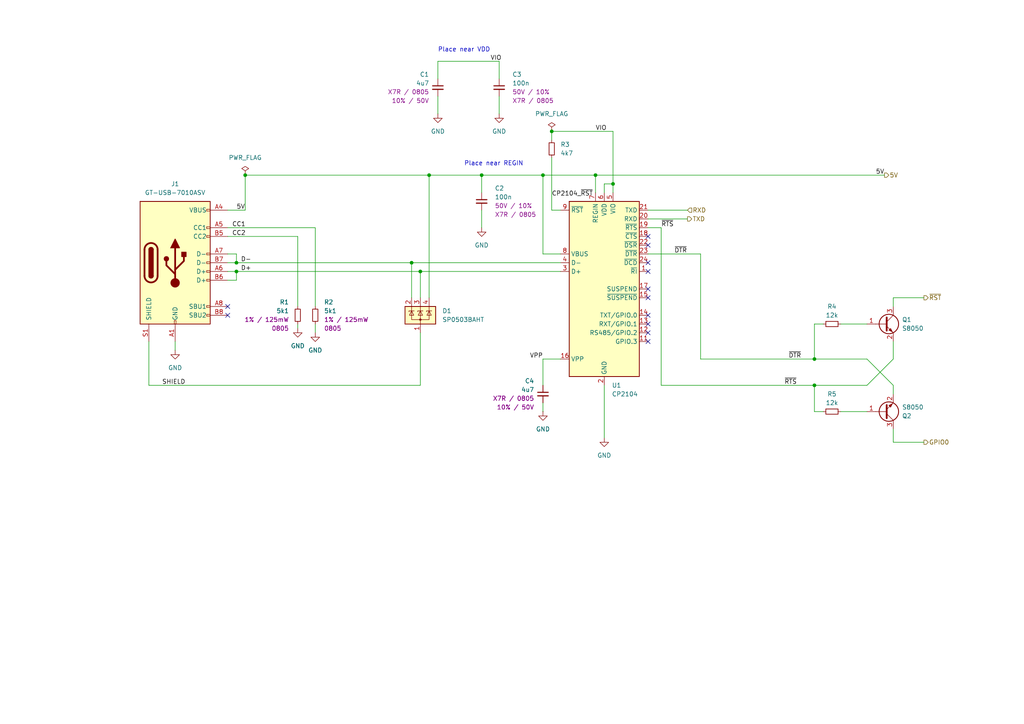
<source format=kicad_sch>
(kicad_sch (version 20250114) (generator "eeschema") (generator_version "9.0")
  (paper "A4")
  (title_block (title "USB") (date "2025-11-02") (company "Marcel Robitaille"))
  (lib_symbols
    (symbol "Connector:USB_C_Receptacle_USB2.0_16P" (pin_names (offset 1.016))
      (property "Reference" "J" (at 0 22.225 0))
      (property "Value" "USB_C_Receptacle_USB2.0_16P" (at 0 19.685 0))
      (symbol "USB_C_Receptacle_USB2.0_16P_0_0"
        (rectangle (start -0.254 -17.78) (end 0.254 -16.764))
        (rectangle (start 10.16 15.494) (end 9.144 14.986))
        (rectangle (start 10.16 10.414) (end 9.144 9.906))
        (rectangle (start 10.16 7.874) (end 9.144 7.366))
        (rectangle (start 10.16 2.794) (end 9.144 2.286))
        (rectangle (start 10.16 0.254) (end 9.144 -0.254))
        (rectangle (start 10.16 -2.286) (end 9.144 -2.794))
        (rectangle (start 10.16 -4.826) (end 9.144 -5.334))
        (rectangle (start 10.16 -12.446) (end 9.144 -12.954))
        (rectangle (start 10.16 -14.986) (end 9.144 -15.494))
      )
      (symbol "USB_C_Receptacle_USB2.0_16P_0_1"
        (rectangle (start -10.16 17.78) (end 10.16 -17.78) (stroke (width 0.254)) (fill (type background)))
        (polyline (pts (xy -8.89 -3.81) (xy -8.89 3.81)) (stroke (width 0.508)))
        (rectangle (start -7.62 -3.81) (end -6.35 3.81) (stroke (width 0.254)) (fill (type outline)))
        (arc (start -7.62 3.81) (mid -6.985 4.4423) (end -6.35 3.81) (stroke (width 0.254)))
        (arc (start -7.62 3.81) (mid -6.985 4.4423) (end -6.35 3.81) (stroke (width 0.254)) (fill (type outline)))
        (arc (start -8.89 3.81) (mid -6.985 5.7067) (end -5.08 3.81) (stroke (width 0.508)))
        (arc (start -5.08 -3.81) (mid -6.985 -5.7067) (end -8.89 -3.81) (stroke (width 0.508)))
        (arc (start -6.35 -3.81) (mid -6.985 -4.4423) (end -7.62 -3.81) (stroke (width 0.254)))
        (arc (start -6.35 -3.81) (mid -6.985 -4.4423) (end -7.62 -3.81) (stroke (width 0.254)) (fill (type outline)))
        (polyline (pts (xy -5.08 3.81) (xy -5.08 -3.81)) (stroke (width 0.508)))
        (circle (center -2.54 1.143) (radius 0.635) (stroke (width 0.254)) (fill (type outline)))
        (polyline (pts (xy -1.27 4.318) (xy 0 6.858) (xy 1.27 4.318) (xy -1.27 4.318)) (stroke (width 0.254)) (fill (type outline)))
        (polyline (pts (xy 0 -2.032) (xy 2.54 0.508) (xy 2.54 1.778)) (stroke (width 0.508)))
        (polyline (pts (xy 0 -3.302) (xy -2.54 -0.762) (xy -2.54 0.508)) (stroke (width 0.508)))
        (polyline (pts (xy 0 -5.842) (xy 0 4.318)) (stroke (width 0.508)))
        (circle (center 0 -5.842) (radius 1.27) (fill (type outline)))
        (rectangle (start 1.905 1.778) (end 3.175 3.048) (stroke (width 0.254)) (fill (type outline)))
      )
      (symbol "USB_C_Receptacle_USB2.0_16P_1_1"
        (pin passive line (at -7.62 -22.86 90) (length 5.08) (name "SHIELD") (number "S1"))
        (pin passive line (at 0 -22.86 90) (length 5.08) (name "GND") (number "A1"))
        (pin passive line (at 0 -22.86 90) (length 5.08) (hide yes) (name "GND") (number "A12"))
        (pin passive line (at 0 -22.86 90) (length 5.08) (hide yes) (name "GND") (number "B1"))
        (pin passive line (at 0 -22.86 90) (length 5.08) (hide yes) (name "GND") (number "B12"))
        (pin passive line (at 15.24 15.24 180) (length 5.08) (name "VBUS") (number "A4"))
        (pin passive line (at 15.24 15.24 180) (length 5.08) (hide yes) (name "VBUS") (number "A9"))
        (pin passive line (at 15.24 15.24 180) (length 5.08) (hide yes) (name "VBUS") (number "B4"))
        (pin passive line (at 15.24 15.24 180) (length 5.08) (hide yes) (name "VBUS") (number "B9"))
        (pin bidirectional line (at 15.24 10.16 180) (length 5.08) (name "CC1") (number "A5"))
        (pin bidirectional line (at 15.24 7.62 180) (length 5.08) (name "CC2") (number "B5"))
        (pin bidirectional line (at 15.24 2.54 180) (length 5.08) (name "D-") (number "A7"))
        (pin bidirectional line (at 15.24 0 180) (length 5.08) (name "D-") (number "B7"))
        (pin bidirectional line (at 15.24 -2.54 180) (length 5.08) (name "D+") (number "A6"))
        (pin bidirectional line (at 15.24 -5.08 180) (length 5.08) (name "D+") (number "B6"))
        (pin bidirectional line (at 15.24 -12.7 180) (length 5.08) (name "SBU1") (number "A8"))
        (pin bidirectional line (at 15.24 -15.24 180) (length 5.08) (name "SBU2") (number "B8"))
      )
    )
    (symbol "Device:C_Small" (pin_numbers (hide yes)) (pin_names (offset 0.254) (hide yes))
      (property "Reference" "C" (at 0.254 1.778 0))
      (property "Value" "C_Small" (at 0.254 -2.032 0))
      (symbol "C_Small_0_1"
        (polyline (pts (xy -1.524 0.508) (xy 1.524 0.508)) (stroke (width 0.3048)))
        (polyline (pts (xy -1.524 -0.508) (xy 1.524 -0.508)) (stroke (width 0.3302)))
      )
      (symbol "C_Small_1_1"
        (pin passive line (at 0 2.54 270) (length 2.032) (name "~") (number "1"))
        (pin passive line (at 0 -2.54 90) (length 2.032) (name "~") (number "2"))
      )
    )
    (symbol "Device:R_Small" (pin_numbers (hide yes)) (pin_names (offset 0.254) (hide yes))
      (property "Reference" "R" (at 0 0 90))
      (property "Value" "R_Small" (at 1.778 0 90))
      (symbol "R_Small_0_1"
        (rectangle (start -0.762 1.778) (end 0.762 -1.778) (stroke (width 0.2032)))
      )
      (symbol "R_Small_1_1"
        (pin passive line (at 0 2.54 270) (length 0.762) (name "~") (number "1"))
        (pin passive line (at 0 -2.54 90) (length 0.762) (name "~") (number "2"))
      )
    )
    (symbol "Interface_USB:CP2104"
      (property "Reference" "U" (at -5.08 28.575 0))
      (property "Value" "CP2104" (at -5.08 26.67 0))
      (symbol "CP2104_1_1"
        (rectangle (start -10.16 25.4) (end 10.16 -25.4) (stroke (width 0.254)) (fill (type background)))
        (pin bidirectional line (at -12.7 22.86 0) (length 2.54) (name "~{RST}") (number "9"))
        (pin input line (at -12.7 10.16 0) (length 2.54) (name "VBUS") (number "8"))
        (pin bidirectional line (at -12.7 7.62 0) (length 2.54) (name "D-") (number "4"))
        (pin bidirectional line (at -12.7 5.08 0) (length 2.54) (name "D+") (number "3"))
        (pin passive line (at -12.7 -20.32 0) (length 2.54) (name "VPP") (number "16"))
        (pin power_in line (at -2.54 27.94 270) (length 2.54) (name "REGIN") (number "7"))
        (pin power_in line (at 0 27.94 270) (length 2.54) (name "VDD") (number "6"))
        (pin power_in line (at 0 -27.94 90) (length 2.54) (name "GND") (number "2"))
        (pin passive line (at 0 -27.94 90) (length 2.54) (hide yes) (name "GND") (number "25"))
        (pin power_in line (at 2.54 27.94 270) (length 2.54) (name "VIO") (number "5"))
        (pin no_connect line (at 10.16 -20.32 180) (length 2.54) (hide yes) (name "NC") (number "10"))
        (pin output line (at 12.7 22.86 180) (length 2.54) (name "TXD") (number "21"))
        (pin input line (at 12.7 20.32 180) (length 2.54) (name "RXD") (number "20"))
        (pin output line (at 12.7 17.78 180) (length 2.54) (name "~{RTS}") (number "19"))
        (pin input line (at 12.7 15.24 180) (length 2.54) (name "~{CTS}") (number "18"))
        (pin input line (at 12.7 12.7 180) (length 2.54) (name "~{DSR}") (number "22"))
        (pin output line (at 12.7 10.16 180) (length 2.54) (name "~{DTR}") (number "23"))
        (pin input line (at 12.7 7.62 180) (length 2.54) (name "~{DCD}") (number "24"))
        (pin input line (at 12.7 5.08 180) (length 2.54) (name "~{RI}") (number "1"))
        (pin output line (at 12.7 0 180) (length 2.54) (name "SUSPEND") (number "17"))
        (pin output line (at 12.7 -2.54 180) (length 2.54) (name "~{SUSPEND}") (number "15"))
        (pin bidirectional line (at 12.7 -7.62 180) (length 2.54) (name "TXT/GPIO.0") (number "14"))
        (pin bidirectional line (at 12.7 -10.16 180) (length 2.54) (name "RXT/GPIO.1") (number "13"))
        (pin bidirectional line (at 12.7 -12.7 180) (length 2.54) (name "RS485/GPIO.2") (number "12"))
        (pin bidirectional line (at 12.7 -15.24 180) (length 2.54) (name "GPIO.3") (number "11"))
      )
    )
    (symbol "Power_Protection:SP0503BAHT" (pin_names (hide yes))
      (property "Reference" "D" (at 5.715 2.54 0))
      (property "Value" "SP0503BAHT" (at 5.715 0.635 0))
      (symbol "SP0503BAHT_0_0"
        (pin passive line (at 0 -5.08 90) (length 2.54) (name "A") (number "1"))
      )
      (symbol "SP0503BAHT_0_1"
        (rectangle (start -4.445 2.54) (end 4.445 -2.54) (stroke (width 0.254)) (fill (type background)))
        (polyline (pts (xy -3.302 1.016) (xy -3.302 1.27) (xy -1.905 1.27) (xy -1.778 1.27)))
        (polyline (pts (xy -2.54 2.54) (xy -2.54 1.27)))
        (polyline (pts (xy -2.54 1.27) (xy -2.54 -1.27) (xy 2.54 -1.27) (xy 2.54 1.27)))
        (polyline (pts (xy -2.54 1.27) (xy -1.905 0) (xy -3.175 0) (xy -2.54 1.27)))
        (polyline (pts (xy 0 2.54) (xy 0 1.27)))
        (polyline (pts (xy 0 -1.27) (xy 0 1.27)))
        (polyline (pts (xy 0 -1.27) (xy 0 -2.54)))
        (circle (center 0 -1.27) (radius 0.254) (fill (type outline)))
        (polyline (pts (xy 0.635 1.27) (xy 0.762 1.27)))
        (polyline (pts (xy 0.635 1.27) (xy -0.762 1.27) (xy -0.762 1.016)))
        (polyline (pts (xy 0.635 0) (xy -0.635 0) (xy 0 1.27) (xy 0.635 0)))
        (polyline (pts (xy 1.778 1.016) (xy 1.778 1.27) (xy 3.175 1.27) (xy 3.302 1.27)))
        (polyline (pts (xy 2.54 2.54) (xy 2.54 1.27)))
        (polyline (pts (xy 2.54 1.27) (xy 1.905 0) (xy 3.175 0) (xy 2.54 1.27)))
      )
      (symbol "SP0503BAHT_1_1"
        (pin passive line (at -2.54 5.08 270) (length 2.54) (name "K") (number "2"))
        (pin passive line (at 0 5.08 270) (length 2.54) (name "K") (number "3"))
        (pin passive line (at 2.54 5.08 270) (length 2.54) (name "K") (number "4"))
      )
    )
    (symbol "Transistor_BJT:Q_NPN_BEC" (pin_names (offset 0) (hide yes))
      (property "Reference" "Q" (at 5.08 1.27 0))
      (property "Value" "Q_NPN_BEC" (at 5.08 -1.27 0))
      (symbol "Q_NPN_BEC_0_1"
        (polyline (pts (xy -2.54 0) (xy 0.635 0)))
        (polyline (pts (xy 0.635 1.905) (xy 0.635 -1.905)) (stroke (width 0.508)))
        (circle (center 1.27 0) (radius 2.8194) (stroke (width 0.254)))
      )
      (symbol "Q_NPN_BEC_1_1"
        (polyline (pts (xy 0.635 0.635) (xy 2.54 2.54)))
        (polyline (pts (xy 0.635 -0.635) (xy 2.54 -2.54)))
        (polyline (pts (xy 1.27 -1.778) (xy 1.778 -1.27) (xy 2.286 -2.286) (xy 1.27 -1.778)) (fill (type outline)))
        (pin input line (at -5.08 0 0) (length 2.54) (name "B") (number "1"))
        (pin passive line (at 2.54 5.08 270) (length 2.54) (name "C") (number "3"))
        (pin passive line (at 2.54 -5.08 90) (length 2.54) (name "E") (number "2"))
      )
    )
    (symbol "power:GND" (power) (pin_numbers (hide yes)) (pin_names (offset 0) (hide yes))
      (property "Value" "GND" (at 0 -3.81 0))
      (symbol "GND_0_1"
        (polyline (pts (xy 0 0) (xy 0 -1.27) (xy 1.27 -1.27) (xy 0 -2.54) (xy -1.27 -1.27) (xy 0 -1.27)))
      )
      (symbol "GND_1_1"
        (pin power_in line (at 0 0 270) (length 0) (name "~") (number "1"))
      )
    )
    (symbol "power:PWR_FLAG" (power) (pin_numbers (hide yes)) (pin_names (offset 0) (hide yes))
      (property "Value" "PWR_FLAG" (at 0 3.81 0))
      (symbol "PWR_FLAG_0_0"
        (pin power_out line (at 0 0 90) (length 0) (name "~") (number "1"))
      )
      (symbol "PWR_FLAG_0_1"
        (polyline (pts (xy 0 0) (xy 0 1.27) (xy -1.016 1.905) (xy 0 2.54) (xy 1.016 1.905) (xy 0 1.27)))
      )
    )
  )
  (text "Place near VDD" (at 127 15.24 0) (effects (font (size 1.27 1.27)) (justify left bottom)))
  (text "Place near REGIN" (at 134.62 48.26 0) (effects (font (size 1.27 1.27)) (justify left bottom)))
  (junction (at 177.8 53.34))
  (junction (at 157.48 50.8))
  (junction (at 121.92 78.74))
  (junction (at 160.02 38.1))
  (junction (at 172.72 50.8))
  (junction (at 139.7 50.8))
  (junction (at 68.58 76.2))
  (junction (at 236.22 111.76))
  (junction (at 71.12 50.8))
  (junction (at 124.46 50.8))
  (junction (at 68.58 78.74))
  (junction (at 236.22 104.14))
  (junction (at 119.38 76.2))
  (no_connect (at 66.04 88.9))
  (no_connect (at 187.96 96.52))
  (no_connect (at 187.96 83.82))
  (no_connect (at 187.96 68.58))
  (no_connect (at 187.96 71.12))
  (no_connect (at 187.96 91.44))
  (no_connect (at 187.96 93.98))
  (no_connect (at 66.04 91.44))
  (no_connect (at 187.96 76.2))
  (no_connect (at 187.96 86.36))
  (no_connect (at 187.96 99.06))
  (no_connect (at 187.96 78.74))
  (wire (pts (xy 177.8 53.34) (xy 177.8 38.1)))
  (wire (pts (xy 172.72 50.8) (xy 256.54 50.8)))
  (wire (pts (xy 157.48 50.8) (xy 172.72 50.8)))
  (wire (pts (xy 259.08 128.27) (xy 259.08 124.46)))
  (wire (pts (xy 267.97 86.36) (xy 259.08 86.36)))
  (wire (pts (xy 66.04 78.74) (xy 68.58 78.74)))
  (wire (pts (xy 191.77 66.04) (xy 187.96 66.04)))
  (wire (pts (xy 177.8 38.1) (xy 160.02 38.1)))
  (wire (pts (xy 162.56 73.66) (xy 157.48 73.66)))
  (wire (pts (xy 172.72 55.88) (xy 172.72 50.8)))
  (wire (pts (xy 259.08 114.3) (xy 259.08 111.76)))
  (wire (pts (xy 66.04 66.04) (xy 91.44 66.04)))
  (wire (pts (xy 66.04 76.2) (xy 68.58 76.2)))
  (wire (pts (xy 66.04 68.58) (xy 86.36 68.58)))
  (wire (pts (xy 243.84 119.38) (xy 251.46 119.38)))
  (wire (pts (xy 139.7 50.8) (xy 157.48 50.8)))
  (wire (pts (xy 121.92 96.52) (xy 121.92 111.76)))
  (wire (pts (xy 91.44 66.04) (xy 91.44 88.9)))
  (wire (pts (xy 236.22 93.98) (xy 238.76 93.98)))
  (wire (pts (xy 175.26 55.88) (xy 175.26 53.34)))
  (wire (pts (xy 203.2 104.14) (xy 236.22 104.14)))
  (wire (pts (xy 199.39 63.5) (xy 187.96 63.5)))
  (wire (pts (xy 43.18 99.06) (xy 43.18 111.76)))
  (wire (pts (xy 259.08 99.06) (xy 259.08 104.14)))
  (wire (pts (xy 124.46 50.8) (xy 139.7 50.8)))
  (wire (pts (xy 50.8 99.06) (xy 50.8 101.6)))
  (wire (pts (xy 236.22 93.98) (xy 236.22 104.14)))
  (wire (pts (xy 127 17.78) (xy 127 22.86)))
  (wire (pts (xy 177.8 55.88) (xy 177.8 53.34)))
  (wire (pts (xy 199.39 60.96) (xy 187.96 60.96)))
  (wire (pts (xy 139.7 50.8) (xy 139.7 55.88)))
  (wire (pts (xy 68.58 78.74) (xy 121.92 78.74)))
  (wire (pts (xy 121.92 78.74) (xy 121.92 86.36)))
  (wire (pts (xy 139.7 60.96) (xy 139.7 66.04)))
  (wire (pts (xy 66.04 73.66) (xy 68.58 73.66)))
  (wire (pts (xy 162.56 60.96) (xy 160.02 60.96)))
  (wire (pts (xy 259.08 86.36) (xy 259.08 88.9)))
  (wire (pts (xy 160.02 38.1) (xy 160.02 40.64)))
  (wire (pts (xy 124.46 50.8) (xy 124.46 86.36)))
  (wire (pts (xy 267.97 128.27) (xy 259.08 128.27)))
  (wire (pts (xy 236.22 111.76) (xy 251.46 111.76)))
  (wire (pts (xy 68.58 81.28) (xy 66.04 81.28)))
  (wire (pts (xy 68.58 76.2) (xy 119.38 76.2)))
  (wire (pts (xy 86.36 68.58) (xy 86.36 88.9)))
  (wire (pts (xy 127 27.94) (xy 127 33.02)))
  (wire (pts (xy 144.78 27.94) (xy 144.78 33.02)))
  (wire (pts (xy 121.92 78.74) (xy 162.56 78.74)))
  (wire (pts (xy 68.58 78.74) (xy 68.58 81.28)))
  (wire (pts (xy 203.2 73.66) (xy 203.2 104.14)))
  (wire (pts (xy 236.22 119.38) (xy 236.22 111.76)))
  (wire (pts (xy 157.48 116.84) (xy 157.48 119.38)))
  (wire (pts (xy 157.48 50.8) (xy 157.48 73.66)))
  (wire (pts (xy 191.77 66.04) (xy 191.77 111.76)))
  (wire (pts (xy 160.02 60.96) (xy 160.02 45.72)))
  (wire (pts (xy 236.22 104.14) (xy 251.46 104.14)))
  (wire (pts (xy 71.12 50.8) (xy 71.12 60.96)))
  (wire (pts (xy 43.18 111.76) (xy 121.92 111.76)))
  (wire (pts (xy 157.48 111.76) (xy 157.48 104.14)))
  (wire (pts (xy 144.78 17.78) (xy 144.78 22.86)))
  (wire (pts (xy 175.26 127) (xy 175.26 111.76)))
  (wire (pts (xy 71.12 50.8) (xy 124.46 50.8)))
  (wire (pts (xy 91.44 96.52) (xy 91.44 93.98)))
  (wire (pts (xy 191.77 111.76) (xy 236.22 111.76)))
  (wire (pts (xy 259.08 104.14) (xy 251.46 111.76)))
  (wire (pts (xy 86.36 95.25) (xy 86.36 93.98)))
  (wire (pts (xy 203.2 73.66) (xy 187.96 73.66)))
  (wire (pts (xy 127 17.78) (xy 144.78 17.78)))
  (wire (pts (xy 175.26 53.34) (xy 177.8 53.34)))
  (wire (pts (xy 66.04 60.96) (xy 71.12 60.96)))
  (wire (pts (xy 119.38 76.2) (xy 162.56 76.2)))
  (wire (pts (xy 157.48 104.14) (xy 162.56 104.14)))
  (wire (pts (xy 68.58 73.66) (xy 68.58 76.2)))
  (wire (pts (xy 243.84 93.98) (xy 251.46 93.98)))
  (wire (pts (xy 119.38 76.2) (xy 119.38 86.36)))
  (wire (pts (xy 251.46 104.14) (xy 259.08 111.76)))
  (wire (pts (xy 238.76 119.38) (xy 236.22 119.38)))
  (label "D+" (at 69.85 78.74 0))
  (label "D-" (at 69.85 76.2 0))
  (label "~{RTS}" (at 231.14 111.76 180))
  (label "~{RTS}" (at 191.77 66.04 0))
  (label "SHIELD" (at 46.99 111.76 0))
  (label "5V" (at 68.58 60.96 0))
  (label "5V" (at 254 50.8 0))
  (label "VIO" (at 142.24 17.78 0))
  (label "VPP" (at 157.48 104.14 180))
  (label "CP2104_~{RST}" (at 160.02 57.15 0))
  (label "VIO" (at 172.72 38.1 0))
  (label "CC1" (at 67.31 66.04 0))
  (label "~{DTR}" (at 195.58 73.66 0))
  (label "CC2" (at 67.31 68.58 0))
  (label "~{DTR}" (at 232.41 104.14 180))
  (hierarchical_label "5V" (shape output) (at 256.54 50.8 0))
  (hierarchical_label "GPIO0" (shape output) (at 267.97 128.27 0))
  (hierarchical_label "~{RST}" (shape output) (at 267.97 86.36 0))
  (hierarchical_label "RXD" (shape input) (at 199.39 60.96 0))
  (hierarchical_label "TXD" (shape output) (at 199.39 63.5 0))
  (symbol (lib_id "Connector:USB_C_Receptacle_USB2.0_16P") (at 50.8 76.2 0) (unit 1)
    (property "Reference" "J1" (at 50.8 53.34 0))
    (property "Value" "GT-USB-7010ASV" (at 50.8 55.88 0))
    (property "Footprint" "bedroom_lights:USB_C_Receptacle_G-Switch_GT-USB-7010ASV" (effects (hide yes)))
    (property "Datasheet" "https://www.usb.org/sites/default/files/documents/usb_type-c.zip" (effects (hide yes)))
    (property "Description" "USB 2.0-only 16P Type-C Receptacle connector" (effects (hide yes)))
    (property "LCSC Part Number" "C2988369" (effects (hide yes)))
    (property "MPN" "G-Switch" (effects (hide yes)))
    (property "Manufacturer" "GT-USB-7010ASV " (effects (hide yes)))
  )
  (symbol (lib_id "Transistor_BJT:Q_NPN_BEC") (at 256.54 119.38 0) (mirror x) (unit 1)
    (property "Reference" "Q2" (at 261.62 120.65 0) (effects (justify left)))
    (property "Value" "S8050" (at 261.62 118.11 0) (effects (justify left)))
    (property "Footprint" "Package_TO_SOT_SMD:SOT-23-3" (effects (hide yes)))
    (property "Description" "NPN transistor, base/emitter/collector" (effects (hide yes)))
    (property "LCSC Part Number" "C2891804" (effects (hide yes)))
    (property "MPN" "S8050" (effects (hide yes)))
    (property "Manufacturer" "YONGYUTAI" (effects (hide yes)))
  )
  (symbol (lib_id "Device:R_Small") (at 91.44 91.44 0) (mirror x) (unit 1)
    (property "Reference" "R2" (at 93.98 87.63 0) (effects (justify left)))
    (property "Value" "5k1" (at 93.98 90.17 0) (effects (justify left)))
    (property "Footprint" "Resistor_SMD:R_0805_2012Metric" (effects (hide yes)))
    (property "Description" "Resistor, small symbol" (effects (hide yes)))
    (property "LCSC Part Number" "C27834" (effects (hide yes)))
    (property "Line 1" "${Tolerance} / ${Power}" (at 93.98 92.71 0) (effects (justify left)))
    (property "Line 2" "${Package}" (at 93.98 95.25 0) (effects (justify left)))
    (property "MPN" "0805W8F5101T5E" (effects (hide yes)))
    (property "Manufacturer" "UNI-ROYAL(Uniroyal Elec)" (effects (hide yes)))
    (property "Package" "0805" (effects (hide yes)))
    (property "Power" "125mW" (effects (hide yes)))
    (property "Tolerance" "1%" (effects (hide yes)))
    (instances (project "bedroom_lights" (path "" (reference "R2") (unit 1))) (project "Piezo_HV_Pulser" (path "" (reference "R105") (unit 1)) (path "" (reference "R205") (unit 1)) (path "" (reference "R401") (unit 1))))
  )
  (symbol (lib_id "power:PWR_FLAG") (at 160.02 38.1 0) (unit 1)
    (property "Reference" "#FLG03" (effects (hide yes)))
    (property "Value" "PWR_FLAG" (at 160.02 33.02 0))
    (property "Description" "Special symbol for telling ERC where power comes from" (effects (hide yes)))
  )
  (symbol (lib_id "power:GND") (at 175.26 127 0) (unit 1)
    (property "Reference" "#PWR08" (effects (hide yes)))
    (property "Value" "GND" (at 175.26 132.08 0))
    (property "Description" "Power symbol creates a global label with name \"GND\" , ground" (effects (hide yes)))
  )
  (symbol (lib_id "power:GND") (at 50.8 101.6 0) (unit 1)
    (property "Reference" "#PWR01" (effects (hide yes)))
    (property "Value" "GND" (at 50.8 106.68 0))
    (property "Description" "Power symbol creates a global label with name \"GND\" , ground" (effects (hide yes)))
  )
  (symbol (lib_id "Device:C_Small") (at 144.78 25.4 0) (unit 1)
    (property "Reference" "C3" (at 148.59 21.59 0) (effects (justify left)))
    (property "Value" "100n" (at 148.59 24.13 0) (effects (justify left)))
    (property "Footprint" "Capacitor_SMD:C_0805_2012Metric" (effects (hide yes)))
    (property "Description" "Unpolarized capacitor, small symbol" (effects (hide yes)))
    (property "Package" "0805" (effects (hide yes)))
    (property "LCSC Part Number" "C38141" (effects (hide yes)))
    (property "MPN" "0805B104K500NT" (effects (hide yes)))
    (property "Manufacturer" "FH (Guangdong Fenghua Advanced Tech)" (effects (hide yes)))
    (property "Line 1" "${Rated Voltage} / ${Tolerance}" (at 148.59 26.67 0) (effects (justify left)))
    (property "Line 2" "${Dielectric} / ${Package}" (at 148.59 29.21 0) (effects (justify left)))
    (property "Dielectric" "X7R" (effects (hide yes)))
    (property "Rated Voltage" "50V" (effects (hide yes)))
    (property "Tolerance" "10%" (effects (hide yes)))
  )
  (symbol (lib_id "power:GND") (at 144.78 33.02 0) (unit 1)
    (property "Reference" "#PWR06" (effects (hide yes)))
    (property "Value" "GND" (at 144.78 38.1 0))
    (property "Description" "Power symbol creates a global label with name \"GND\" , ground" (effects (hide yes)))
  )
  (symbol (lib_id "Device:R_Small") (at 160.02 43.18 0) (unit 1)
    (property "Reference" "R3" (at 162.56 41.91 0) (effects (justify left)))
    (property "Value" "4k7" (at 162.56 44.45 0) (effects (justify left)))
    (property "Footprint" "Resistor_SMD:R_0805_2012Metric" (effects (hide yes)))
    (property "Description" "Resistor, small symbol" (effects (hide yes)))
    (property "LCSC Part Number" "C17673" (effects (hide yes)))
    (property "MPN" "0805W8F4701T5E" (effects (hide yes)))
    (property "Manufacturer" "UNI-ROYAL(Uniroyal Elec)" (effects (hide yes)))
  )
  (symbol (lib_id "Device:R_Small") (at 241.3 93.98 90) (unit 1)
    (property "Reference" "R4" (at 241.3 88.9 90))
    (property "Value" "12k" (at 241.3 91.44 90))
    (property "Footprint" "Resistor_SMD:R_0805_2012Metric" (effects (hide yes)))
    (property "Description" "Resistor, small symbol" (effects (hide yes)))
    (property "LCSC Part Number" "C17444" (effects (hide yes)))
    (property "Line 1" "${Tolerance} / ${Power}" (effects (hide yes)))
    (property "Line 2" "${Package}" (effects (hide yes)))
    (property "MPN" "0805W8F1202T5E" (effects (hide yes)))
    (property "Manufacturer" "UNI-ROYAL(Uniroyal Elec)" (effects (hide yes)))
    (property "Package" "0805" (effects (hide yes)))
    (property "Power" "125mW" (effects (hide yes)))
    (property "Tolerance" "1%" (effects (hide yes)))
  )
  (symbol (lib_id "power:GND") (at 157.48 119.38 0) (unit 1)
    (property "Reference" "#PWR07" (effects (hide yes)))
    (property "Value" "GND" (at 157.48 124.46 0))
    (property "Description" "Power symbol creates a global label with name \"GND\" , ground" (effects (hide yes)))
  )
  (symbol (lib_id "Device:C_Small") (at 157.48 114.3 0) (mirror y) (unit 1)
    (property "Reference" "C4" (at 154.94 110.49 0) (effects (justify left)))
    (property "Value" "4u7" (at 154.94 113.03 0) (effects (justify left)))
    (property "Footprint" "Capacitor_SMD:C_0805_2012Metric" (effects (hide yes)))
    (property "Description" "Unpolarized capacitor, small symbol" (effects (hide yes)))
    (property "Dielectric" "X7R" (effects (hide yes)))
    (property "LCSC Part Number" "C98192" (effects (hide yes)))
    (property "Line 1" "${Tolerance} / ${Rated Voltage}" (at 154.94 118.11 0) (effects (justify left)))
    (property "Line 2" "${Dielectric} / ${Package}" (at 154.94 115.57 0) (effects (justify left)))
    (property "MPN" "CL21A475KBQNNNE" (effects (hide yes)))
    (property "Manufacturer" "Samsung Electro-Mechanics" (effects (hide yes)))
    (property "Package" "0805" (effects (hide yes)))
    (property "Rated Voltage" "50V" (effects (hide yes)))
    (property "Tolerance" "10%" (effects (hide yes)))
  )
  (symbol (lib_id "Device:C_Small") (at 127 25.4 0) (mirror y) (unit 1)
    (property "Reference" "C1" (at 124.46 21.59 0) (effects (justify left)))
    (property "Value" "4u7" (at 124.46 24.13 0) (effects (justify left)))
    (property "Footprint" "Capacitor_SMD:C_0805_2012Metric" (effects (hide yes)))
    (property "Description" "Unpolarized capacitor, small symbol" (effects (hide yes)))
    (property "Dielectric" "X7R" (effects (hide yes)))
    (property "LCSC Part Number" "C98192" (effects (hide yes)))
    (property "Line 1" "${Tolerance} / ${Rated Voltage}" (at 124.46 29.21 0) (effects (justify left)))
    (property "Line 2" "${Dielectric} / ${Package}" (at 124.46 26.67 0) (effects (justify left)))
    (property "MPN" "CL21A475KBQNNNE" (effects (hide yes)))
    (property "Manufacturer" "Samsung Electro-Mechanics" (effects (hide yes)))
    (property "Package" "0805" (effects (hide yes)))
    (property "Rated Voltage" "50V" (effects (hide yes)))
    (property "Tolerance" "10%" (effects (hide yes)))
  )
  (symbol (lib_id "Interface_USB:CP2104") (at 175.26 83.82 0) (unit 1)
    (property "Reference" "U1" (at 177.4541 111.76 0) (effects (justify left)))
    (property "Value" "CP2104" (at 177.4541 114.3 0) (effects (justify left)))
    (property "Footprint" "Package_DFN_QFN:QFN-24-1EP_4x4mm_P0.5mm_EP2.6x2.6mm" (effects (hide yes)))
    (property "Datasheet" "https://www.silabs.com/documents/public/data-sheets/cp2104.pdf" (effects (hide yes)))
    (property "Description" "Single-Chip USB-to-UART Bridge, USB 2.0 Full-Speed, 2Mbps UART, QFN-24" (effects (hide yes)))
    (property "LCSC Part Number" "C47742" (effects (hide yes)))
    (property "MPN" "CP2104-F03-GMR" (effects (hide yes)))
    (property "Manufacturer" "SKYWORKS/SILICON LABS" (effects (hide yes)))
  )
  (symbol (lib_id "Device:R_Small") (at 241.3 119.38 90) (unit 1)
    (property "Reference" "R5" (at 241.3 114.3 90))
    (property "Value" "12k" (at 241.3 116.84 90))
    (property "Footprint" "Resistor_SMD:R_0805_2012Metric" (effects (hide yes)))
    (property "Description" "Resistor, small symbol" (effects (hide yes)))
    (property "LCSC Part Number" "C17444" (effects (hide yes)))
    (property "Line 1" "${Tolerance} / ${Power}" (effects (hide yes)))
    (property "Line 2" "${Package}" (effects (hide yes)))
    (property "MPN" "0805W8F1202T5E" (effects (hide yes)))
    (property "Manufacturer" "UNI-ROYAL(Uniroyal Elec)" (effects (hide yes)))
    (property "Package" "0805" (effects (hide yes)))
    (property "Power" "125mW" (effects (hide yes)))
    (property "Tolerance" "1%" (effects (hide yes)))
  )
  (symbol (lib_id "Power_Protection:SP0503BAHT") (at 121.92 91.44 0) (unit 1)
    (property "Reference" "D1" (at 128.27 90.17 0) (effects (justify left)))
    (property "Value" "SP0503BAHT" (at 128.27 92.71 0) (effects (justify left)))
    (property "Footprint" "Package_TO_SOT_SMD:SOT-143" (effects (hide yes)))
    (property "Datasheet" "http://www.littelfuse.com/~/media/files/littelfuse/technical%20resources/documents/data%20sheets/sp05xxba.pdf" (effects (hide yes)))
    (property "Description" "TVS Diode Array, 5.5V Standoff, 3 Channels, SOT-143 package" (effects (hide yes)))
    (property "LCSC Part Number" "C7074" (effects (hide yes)))
    (property "MPN" "SP0503BAHTG" (effects (hide yes)))
    (property "Manufacturer" " Littelfuse" (effects (hide yes)))
  )
  (symbol (lib_id "Device:R_Small") (at 86.36 91.44 180) (unit 1)
    (property "Reference" "R1" (at 83.82 87.63 0) (effects (justify left)))
    (property "Value" "5k1" (at 83.82 90.17 0) (effects (justify left)))
    (property "Footprint" "Resistor_SMD:R_0805_2012Metric" (effects (hide yes)))
    (property "Description" "Resistor, small symbol" (effects (hide yes)))
    (property "LCSC Part Number" "C27834" (effects (hide yes)))
    (property "Line 1" "${Tolerance} / ${Power}" (at 83.82 92.71 0) (effects (justify left)))
    (property "Line 2" "${Package}" (at 83.82 95.25 0) (effects (justify left)))
    (property "MPN" "0805W8F5101T5E" (effects (hide yes)))
    (property "Manufacturer" "UNI-ROYAL(Uniroyal Elec)" (effects (hide yes)))
    (property "Package" "0805" (effects (hide yes)))
    (property "Power" "125mW" (effects (hide yes)))
    (property "Tolerance" "1%" (effects (hide yes)))
    (instances (project "bedroom_lights" (path "" (reference "R1") (unit 1))) (project "Piezo_HV_Pulser" (path "" (reference "R105") (unit 1)) (path "" (reference "R205") (unit 1)) (path "" (reference "R401") (unit 1))))
  )
  (symbol (lib_id "power:PWR_FLAG") (at 71.12 50.8 0) (unit 1)
    (property "Reference" "#FLG02" (effects (hide yes)))
    (property "Value" "PWR_FLAG" (at 71.12 45.72 0))
    (property "Description" "Special symbol for telling ERC where power comes from" (effects (hide yes)))
  )
  (symbol (lib_id "power:GND") (at 139.7 66.04 0) (unit 1)
    (property "Reference" "#PWR05" (effects (hide yes)))
    (property "Value" "GND" (at 139.7 71.12 0))
    (property "Description" "Power symbol creates a global label with name \"GND\" , ground" (effects (hide yes)))
  )
  (symbol (lib_id "Device:C_Small") (at 139.7 58.42 0) (unit 1)
    (property "Reference" "C2" (at 143.51 54.61 0) (effects (justify left)))
    (property "Value" "100n" (at 143.51 57.15 0) (effects (justify left)))
    (property "Footprint" "Capacitor_SMD:C_0805_2012Metric" (effects (hide yes)))
    (property "Description" "Unpolarized capacitor, small symbol" (effects (hide yes)))
    (property "Package" "0805" (effects (hide yes)))
    (property "LCSC Part Number" "C38141" (effects (hide yes)))
    (property "MPN" "0805B104K500NT" (effects (hide yes)))
    (property "Manufacturer" "FH (Guangdong Fenghua Advanced Tech)" (effects (hide yes)))
    (property "Line 1" "${Rated Voltage} / ${Tolerance}" (at 143.51 59.69 0) (effects (justify left)))
    (property "Line 2" "${Dielectric} / ${Package}" (at 143.51 62.23 0) (effects (justify left)))
    (property "Dielectric" "X7R" (effects (hide yes)))
    (property "Rated Voltage" "50V" (effects (hide yes)))
    (property "Tolerance" "10%" (effects (hide yes)))
    (instances (project "bedroom_lights" (path "" (reference "C2") (unit 1))) (project "Piezo_HV_Pulser" (path "" (reference "C102") (unit 1)) (path "" (reference "C202") (unit 1))))
  )
  (symbol (lib_id "power:GND") (at 91.44 96.52 0) (unit 1)
    (property "Reference" "#PWR03" (effects (hide yes)))
    (property "Value" "GND" (at 91.44 101.6 0))
    (property "Description" "Power symbol creates a global label with name \"GND\" , ground" (effects (hide yes)))
  )
  (symbol (lib_id "Transistor_BJT:Q_NPN_BEC") (at 256.54 93.98 0) (unit 1)
    (property "Reference" "Q1" (at 261.62 92.7099 0) (effects (justify left)))
    (property "Value" "S8050" (at 261.62 95.2499 0) (effects (justify left)))
    (property "Footprint" "Package_TO_SOT_SMD:SOT-23-3" (effects (hide yes)))
    (property "Description" "NPN transistor, base/emitter/collector" (effects (hide yes)))
    (property "LCSC Part Number" "C2891804" (effects (hide yes)))
    (property "MPN" "S8050" (effects (hide yes)))
    (property "Manufacturer" "YONGYUTAI" (effects (hide yes)))
  )
  (symbol (lib_id "power:GND") (at 127 33.02 0) (unit 1)
    (property "Reference" "#PWR04" (effects (hide yes)))
    (property "Value" "GND" (at 127 38.1 0))
    (property "Description" "Power symbol creates a global label with name \"GND\" , ground" (effects (hide yes)))
  )
  (symbol (lib_id "power:GND") (at 86.36 95.25 0) (unit 1)
    (property "Reference" "#PWR02" (effects (hide yes)))
    (property "Value" "GND" (at 86.36 100.33 0))
    (property "Description" "Power symbol creates a global label with name \"GND\" , ground" (effects (hide yes)))
  )
)
</source>
